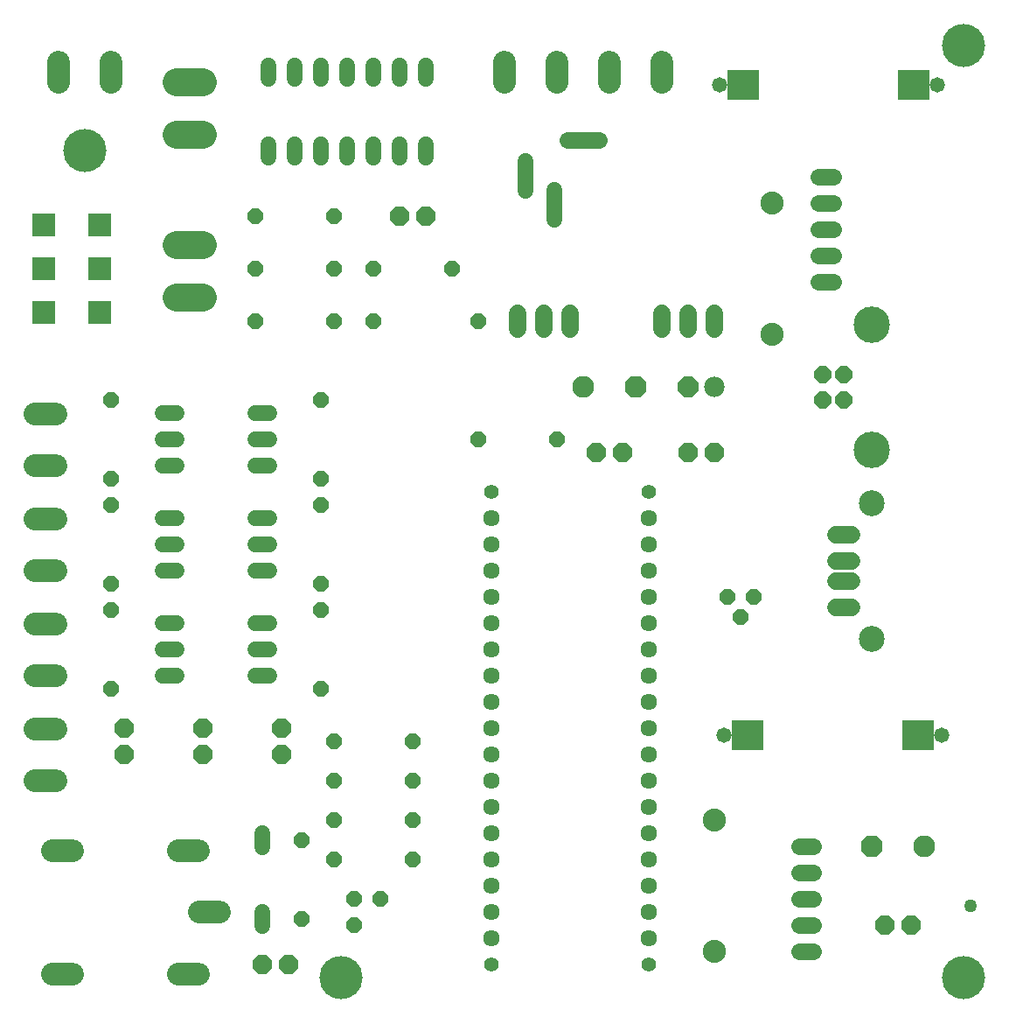
<source format=gbr>
G04 EAGLE Gerber X2 export*
%TF.Part,Single*%
%TF.FileFunction,Soldermask,Top,1*%
%TF.FilePolarity,Negative*%
%TF.GenerationSoftware,Autodesk,EAGLE,8.6.3*%
%TF.CreationDate,2019-08-01T17:55:08Z*%
G75*
%MOMM*%
%FSLAX34Y34*%
%LPD*%
%AMOC8*
5,1,8,0,0,1.08239X$1,22.5*%
G01*
%ADD10C,4.171950*%
%ADD11P,2.144431X8X202.500000*%
%ADD12C,1.981200*%
%ADD13P,1.951982X8X22.500000*%
%ADD14C,2.108200*%
%ADD15P,2.281895X8X202.500000*%
%ADD16P,2.281895X8X22.500000*%
%ADD17C,1.524000*%
%ADD18C,2.235200*%
%ADD19C,2.743200*%
%ADD20C,1.600200*%
%ADD21C,1.727200*%
%ADD22P,1.649562X8X202.500000*%
%ADD23C,2.184400*%
%ADD24R,3.123200X2.993200*%
%ADD25P,2.034460X8X112.500000*%
%ADD26C,1.611200*%
%ADD27C,1.403200*%
%ADD28P,1.649562X8X22.500000*%
%ADD29P,1.649562X8X112.500000*%
%ADD30P,1.649562X8X292.500000*%
%ADD31C,1.603200*%
%ADD32C,1.511200*%
%ADD33C,1.661200*%
%ADD34C,2.503200*%
%ADD35R,2.303200X2.303200*%
%ADD36P,1.798066X8X112.500000*%
%ADD37C,3.519200*%
%ADD38P,1.951982X8X202.500000*%
%ADD39P,2.034460X8X22.500000*%
%ADD40P,2.034460X8X202.500000*%
%ADD41C,1.478200*%
%ADD42C,1.259600*%


D10*
X101600Y838200D03*
X952500Y939800D03*
X952500Y38100D03*
X349250Y38100D03*
D11*
X685800Y609600D03*
D12*
X711200Y609600D03*
D13*
X685800Y546100D03*
X711200Y546100D03*
X596900Y546100D03*
X622300Y546100D03*
D14*
X914400Y165100D03*
D15*
X863600Y165100D03*
D14*
X584200Y609600D03*
D16*
X635000Y609600D03*
D17*
X273050Y178054D02*
X273050Y164846D01*
X273050Y101854D02*
X273050Y88646D01*
D18*
X711200Y190500D03*
X711200Y63500D03*
X767080Y787400D03*
X767080Y660400D03*
D19*
X215900Y904240D02*
X190500Y904240D01*
X190500Y695960D02*
X215900Y695960D01*
X215900Y746760D02*
X190500Y746760D01*
X190500Y853440D02*
X215900Y853440D01*
D17*
X279400Y844804D02*
X279400Y831596D01*
X304800Y831596D02*
X304800Y844804D01*
X431800Y844804D02*
X431800Y831596D01*
X431800Y907796D02*
X431800Y921004D01*
X330200Y844804D02*
X330200Y831596D01*
X355600Y831596D02*
X355600Y844804D01*
X406400Y844804D02*
X406400Y831596D01*
X381000Y831596D02*
X381000Y844804D01*
X406400Y907796D02*
X406400Y921004D01*
X381000Y921004D02*
X381000Y907796D01*
X355600Y907796D02*
X355600Y921004D01*
X330200Y921004D02*
X330200Y907796D01*
X304800Y907796D02*
X304800Y921004D01*
X279400Y921004D02*
X279400Y907796D01*
D20*
X793115Y165100D02*
X807085Y165100D01*
X807085Y139700D02*
X793115Y139700D01*
X793115Y114300D02*
X807085Y114300D01*
X807085Y88900D02*
X793115Y88900D01*
X793115Y63500D02*
X807085Y63500D01*
X812165Y812800D02*
X826135Y812800D01*
X826135Y787400D02*
X812165Y787400D01*
X812165Y762000D02*
X826135Y762000D01*
X826135Y736600D02*
X812165Y736600D01*
X812165Y711200D02*
X826135Y711200D01*
D21*
X660400Y680720D02*
X660400Y665480D01*
X685800Y665480D02*
X685800Y680720D01*
X711200Y680720D02*
X711200Y665480D01*
D22*
X749300Y406400D03*
X736600Y387350D03*
X723900Y406400D03*
D23*
X232156Y101600D02*
X212344Y101600D01*
X211836Y161290D02*
X192024Y161290D01*
X192024Y41910D02*
X211836Y41910D01*
X89916Y41910D02*
X70104Y41910D01*
X70104Y161290D02*
X89916Y161290D01*
D24*
X908050Y273050D03*
X742950Y273050D03*
X904240Y901700D03*
X739140Y901700D03*
D25*
X292100Y254000D03*
X292100Y279400D03*
X215900Y254000D03*
X215900Y279400D03*
X139700Y254000D03*
X139700Y279400D03*
D26*
X495300Y76200D03*
X495300Y101600D03*
X495300Y127000D03*
X495300Y152400D03*
X495300Y177800D03*
X495300Y203200D03*
X495300Y228600D03*
X495300Y254000D03*
X495300Y279400D03*
X495300Y304800D03*
X495300Y330200D03*
X495300Y355600D03*
X495300Y381000D03*
X495300Y406400D03*
X495300Y431800D03*
X495300Y457200D03*
X495300Y482600D03*
X647700Y76200D03*
X647700Y101600D03*
X647700Y127000D03*
X647700Y152400D03*
X647700Y177800D03*
X647700Y203200D03*
X647700Y228600D03*
X647700Y254000D03*
X647700Y279400D03*
X647700Y304800D03*
X647700Y330200D03*
X647700Y355600D03*
X647700Y381000D03*
X647700Y406400D03*
X647700Y431800D03*
X647700Y457200D03*
X647700Y482600D03*
D27*
X495300Y50800D03*
X647700Y50800D03*
X495300Y508000D03*
X647700Y508000D03*
D17*
X190500Y584200D02*
X177292Y584200D01*
X177292Y558800D02*
X190500Y558800D01*
X266700Y558800D02*
X279908Y558800D01*
X279908Y584200D02*
X266700Y584200D01*
X190500Y533400D02*
X177292Y533400D01*
X266700Y533400D02*
X279908Y533400D01*
X190500Y482600D02*
X177292Y482600D01*
X177292Y457200D02*
X190500Y457200D01*
X266700Y457200D02*
X279908Y457200D01*
X279908Y482600D02*
X266700Y482600D01*
X190500Y431800D02*
X177292Y431800D01*
X266700Y431800D02*
X279908Y431800D01*
X190500Y381000D02*
X177292Y381000D01*
X177292Y355600D02*
X190500Y355600D01*
X266700Y355600D02*
X279908Y355600D01*
X279908Y381000D02*
X266700Y381000D01*
X190500Y330200D02*
X177292Y330200D01*
X266700Y330200D02*
X279908Y330200D01*
D28*
X342900Y190500D03*
X419100Y190500D03*
D22*
X419100Y152400D03*
X342900Y152400D03*
D29*
X127000Y520700D03*
X127000Y596900D03*
D22*
X342900Y673100D03*
X266700Y673100D03*
D28*
X482600Y558800D03*
X558800Y558800D03*
D22*
X482600Y673100D03*
X381000Y673100D03*
D29*
X127000Y419100D03*
X127000Y495300D03*
X127000Y317500D03*
X127000Y393700D03*
D30*
X330200Y596900D03*
X330200Y520700D03*
X330200Y495300D03*
X330200Y419100D03*
X330200Y393700D03*
X330200Y317500D03*
D28*
X381000Y723900D03*
X457200Y723900D03*
D22*
X342900Y723900D03*
X266700Y723900D03*
D28*
X342900Y266700D03*
X419100Y266700D03*
X342900Y228600D03*
X419100Y228600D03*
D22*
X387350Y114300D03*
X361950Y114300D03*
X361950Y88900D03*
D21*
X520700Y665480D02*
X520700Y680720D01*
X546100Y680720D02*
X546100Y665480D01*
X571500Y665480D02*
X571500Y680720D01*
D31*
X585200Y849100D02*
X599200Y849100D01*
D32*
X528200Y828640D02*
X528200Y815560D01*
X556200Y800640D02*
X556200Y787560D01*
D31*
X569200Y849100D02*
X583200Y849100D01*
D32*
X528200Y812640D02*
X528200Y799560D01*
X556200Y784640D02*
X556200Y771560D01*
D23*
X126746Y904494D02*
X126746Y924306D01*
X76454Y924306D02*
X76454Y904494D01*
D33*
X829210Y421800D02*
X843790Y421800D01*
X843790Y441800D02*
X829210Y441800D01*
X829210Y396800D02*
X843790Y396800D01*
X843790Y466800D02*
X829210Y466800D01*
D34*
X863600Y366100D03*
X863600Y497500D03*
D23*
X73406Y533654D02*
X53594Y533654D01*
X53594Y583946D02*
X73406Y583946D01*
X73406Y330454D02*
X53594Y330454D01*
X53594Y380746D02*
X73406Y380746D01*
X73406Y432054D02*
X53594Y432054D01*
X53594Y482346D02*
X73406Y482346D01*
D35*
X116310Y766340D03*
X116310Y724340D03*
X116310Y682340D03*
X61310Y682340D03*
X61310Y724340D03*
X61310Y766340D03*
D36*
X816500Y622100D03*
X816500Y597100D03*
X836500Y597100D03*
X836500Y622100D03*
D37*
X863600Y549400D03*
X863600Y669800D03*
D23*
X73406Y228854D02*
X53594Y228854D01*
X53594Y279146D02*
X73406Y279146D01*
X660146Y904494D02*
X660146Y924306D01*
X609854Y924306D02*
X609854Y904494D01*
X558546Y904494D02*
X558546Y924306D01*
X508254Y924306D02*
X508254Y904494D01*
D38*
X901700Y88900D03*
X876300Y88900D03*
D22*
X342900Y774700D03*
X266700Y774700D03*
D39*
X406400Y774700D03*
X431800Y774700D03*
D29*
X311150Y95250D03*
X311150Y171450D03*
D40*
X298450Y50800D03*
X273050Y50800D03*
D41*
X927100Y901700D03*
X720090Y273050D03*
X716280Y901700D03*
X930910Y273050D03*
D42*
X958850Y107950D03*
M02*

</source>
